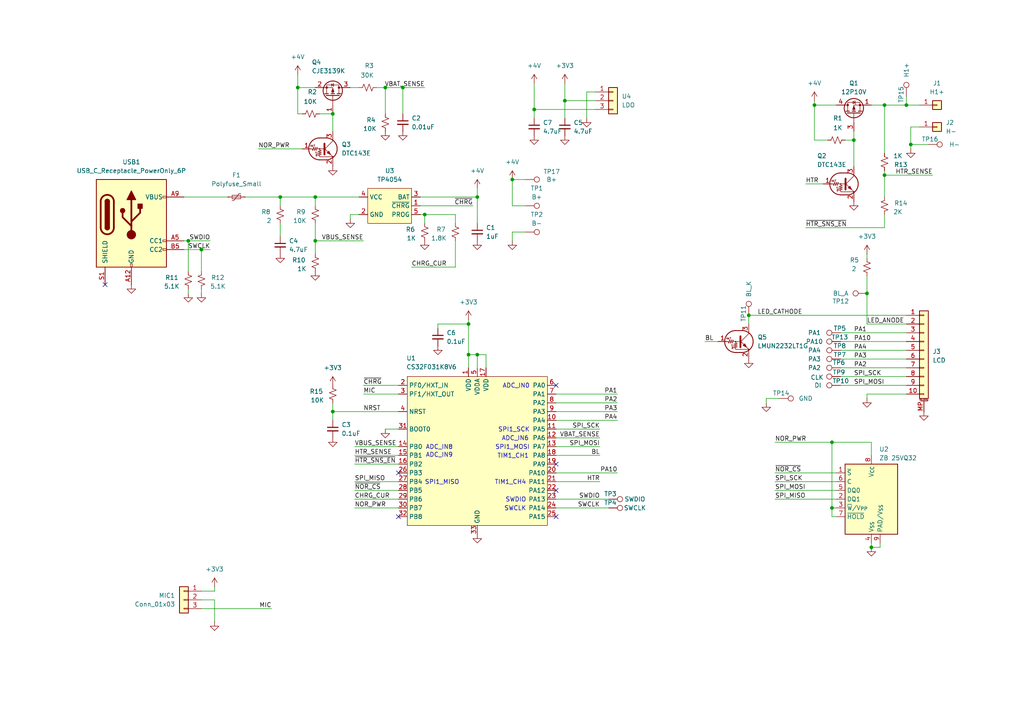
<source format=kicad_sch>
(kicad_sch (version 20250114) (generator "eeschema") (generator_version "9.0")
  (paper "A4")
  (lib_symbols
    (symbol "Connector:TestPoint" (pin_numbers (hide yes)) (pin_names (offset 0.762) (hide yes))
      (property "Reference" "TP" (at 0 6.858 0))
      (property "Value" "TestPoint" (at 0 5.08 0))
      (symbol "TestPoint_1_1"
        (pin passive line (at 0 0 90) (length 2.54) (name "1") (number "1"))
      )
    )
    (symbol "Connector:USB_C_Receptacle_PowerOnly_6P" (pin_names (offset 1.016))
      (property "Reference" "J" (at 0 16.51 0))
      (property "Value" "USB_C_Receptacle_PowerOnly_6P" (at 0 13.97 0))
      (symbol "USB_C_Receptacle_PowerOnly_6P_1_1"
        (pin passive line (at -7.62 -17.78 90) (length 5.08) (name "SHIELD") (number "S1"))
        (pin passive line (at 0 -17.78 90) (length 5.08) (name "GND") (number "A12"))
        (pin passive line (at 0 -17.78 90) (length 5.08) (hide yes) (name "GND") (number "B12"))
        (pin passive line (at 15.24 7.62 180) (length 5.08) (name "VBUS") (number "A9"))
        (pin passive line (at 15.24 7.62 180) (length 5.08) (hide yes) (name "VBUS") (number "B9"))
        (pin bidirectional line (at 15.24 -5.08 180) (length 5.08) (name "CC1") (number "A5"))
        (pin bidirectional line (at 15.24 -7.62 180) (length 5.08) (name "CC2") (number "B5"))
      )
    )
    (symbol "Connector_Generic:Conn_01x01" (pin_names (offset 1.016) (hide yes))
      (property "Reference" "J" (at 0 2.54 0))
      (property "Value" "Conn_01x01" (at 0 -2.54 0))
      (symbol "Conn_01x01_1_1"
        (pin passive line (at -5.08 0 0) (length 3.81) (name "Pin_1") (number "1"))
      )
    )
    (symbol "Connector_Generic:Conn_01x03" (pin_names (offset 1.016) (hide yes))
      (property "Reference" "J" (at 0 5.08 0))
      (property "Value" "Conn_01x03" (at 0 -5.08 0))
      (symbol "Conn_01x03_1_1"
        (pin passive line (at -5.08 2.54 0) (length 3.81) (name "Pin_1") (number "1"))
        (pin passive line (at -5.08 0 0) (length 3.81) (name "Pin_2") (number "2"))
        (pin passive line (at -5.08 -2.54 0) (length 3.81) (name "Pin_3") (number "3"))
      )
    )
    (symbol "Connector_Generic_MountingPin:Conn_01x10_MountingPin" (pin_names (offset 1.016) (hide yes))
      (property "Reference" "J" (at 0 12.7 0))
      (property "Value" "Conn_01x10_MountingPin" (at 1.27 -15.24 0))
      (symbol "Conn_01x10_MountingPin_1_1"
        (text "Mounting" (at 0 -14.351 0) (effects (font (size 0.381 0.381))))
        (pin passive line (at -5.08 10.16 0) (length 3.81) (name "Pin_1") (number "1"))
        (pin passive line (at -5.08 7.62 0) (length 3.81) (name "Pin_2") (number "2"))
        (pin passive line (at -5.08 5.08 0) (length 3.81) (name "Pin_3") (number "3"))
        (pin passive line (at -5.08 2.54 0) (length 3.81) (name "Pin_4") (number "4"))
        (pin passive line (at -5.08 0 0) (length 3.81) (name "Pin_5") (number "5"))
        (pin passive line (at -5.08 -2.54 0) (length 3.81) (name "Pin_6") (number "6"))
        (pin passive line (at -5.08 -5.08 0) (length 3.81) (name "Pin_7") (number "7"))
        (pin passive line (at -5.08 -7.62 0) (length 3.81) (name "Pin_8") (number "8"))
        (pin passive line (at -5.08 -10.16 0) (length 3.81) (name "Pin_9") (number "9"))
        (pin passive line (at -5.08 -12.7 0) (length 3.81) (name "Pin_10") (number "10"))
        (pin passive line (at 0 -17.78 90) (length 3.048) (name "MountPin") (number "MP"))
      )
    )
    (symbol "Device:C_Small" (pin_numbers (hide yes)) (pin_names (offset 0.254) (hide yes))
      (property "Reference" "C" (at 0.254 1.778 0))
      (property "Value" "C_Small" (at 0.254 -2.032 0))
      (symbol "C_Small_1_1"
        (pin passive line (at 0 2.54 270) (length 2.032) (name "~") (number "1"))
        (pin passive line (at 0 -2.54 90) (length 2.032) (name "~") (number "2"))
      )
    )
    (symbol "Device:Polyfuse_Small" (pin_numbers (hide yes)) (pin_names (offset 0))
      (property "Reference" "F" (at -1.905 0 90))
      (property "Value" "Polyfuse_Small" (at 1.905 0 90))
      (symbol "Polyfuse_Small_1_1"
        (pin passive line (at 0 2.54 270) (length 0.635) (name "~") (number "1"))
        (pin passive line (at 0 -2.54 90) (length 0.635) (name "~") (number "2"))
      )
    )
    (symbol "Device:R_Small_US" (pin_numbers (hide yes)) (pin_names (offset 0.254) (hide yes))
      (property "Reference" "R" (at 0.762 0.508 0))
      (property "Value" "R_Small_US" (at 0.762 -1.016 0))
      (symbol "R_Small_US_1_1"
        (pin passive line (at 0 2.54 270) (length 1.016) (name "~") (number "1"))
        (pin passive line (at 0 -2.54 90) (length 1.016) (name "~") (number "2"))
      )
    )
    (symbol "Memory_Flash:M25PX32-VMP"
      (property "Reference" "U" (at -10.16 10.16 0))
      (property "Value" "M25PX32-VMP" (at 8.89 11.43 0))
      (symbol "M25PX32-VMP_1_1"
        (pin input line (at -10.16 7.62 0) (length 2.54) (name "~{S}") (number "1"))
        (pin input line (at -10.16 5.08 0) (length 2.54) (name "C") (number "6"))
        (pin bidirectional line (at -10.16 2.54 0) (length 2.54) (name "DQ0") (number "5"))
        (pin bidirectional line (at -10.16 0 0) (length 2.54) (name "DQ1") (number "2"))
        (pin input line (at -10.16 -2.54 0) (length 2.54) (name "~{W}/V_{PP}") (number "3"))
        (pin input line (at -10.16 -5.08 0) (length 2.54) (name "~{HOLD}") (number "7"))
        (pin power_in line (at 0 12.7 270) (length 2.54) (name "V_{CC}") (number "8"))
        (pin power_in line (at 0 -12.7 90) (length 2.54) (name "V_{SS}") (number "4"))
        (pin power_in line (at 2.54 -12.7 90) (length 2.54) (name "PAD/V_{SS}") (number "9"))
      )
    )
    (symbol "Transistor_BJT:DTC143E" (pin_names (offset 0) (hide yes))
      (property "Reference" "Q" (at 5.08 1.905 0))
      (property "Value" "DTC143E" (at 5.08 0 0))
      (symbol "DTC143E_0_0"
        (text "4k7" (at -3.302 0.889 0) (effects (font (size 0.508 0.508))))
        (text "4k7" (at -2.159 -1.524 900) (effects (font (size 0.508 0.508))))
      )
      (symbol "DTC143E_1_1"
        (pin input line (at -6.35 0 0) (length 2.54) (name "B") (number "1"))
        (pin passive line (at 2.54 5.08 270) (length 2.54) (name "C") (number "3"))
        (pin passive line (at 2.54 -5.08 90) (length 2.54) (name "E") (number "2"))
      )
    )
    (symbol "Transistor_FET:CSD25302Q2" (pin_names (hide yes))
      (property "Reference" "Q" (at 5.08 1.905 0))
      (property "Value" "CSD25302Q2" (at 5.08 0 0))
      (symbol "CSD25302Q2_1_1"
        (pin passive line (at -5.08 0 0) (length 2.54) (name "G") (number "3"))
        (pin passive line (at 2.54 5.08 270) (length 2.54) (name "D") (number "4"))
        (pin passive line (at 2.54 5.08 270) (length 2.54) (hide yes) (name "D") (number "7"))
        (pin passive line (at 2.54 -5.08 90) (length 2.54) (name "S") (number "1"))
        (pin passive line (at 2.54 -5.08 90) (length 2.54) (hide yes) (name "S") (number "2"))
        (pin passive line (at 2.54 -5.08 90) (length 2.54) (hide yes) (name "S") (number "5"))
        (pin passive line (at 2.54 -5.08 90) (length 2.54) (hide yes) (name "S") (number "6"))
        (pin passive line (at 2.54 -5.08 90) (length 2.54) (hide yes) (name "S") (number "8"))
      )
    )
    (symbol "Transistor_FET:Q_PMOS_GSD" (pin_names (offset 0) (hide yes))
      (property "Reference" "Q" (at 5.08 1.905 0))
      (property "Value" "Q_PMOS_GSD" (at 5.08 0 0))
      (symbol "Q_PMOS_GSD_1_1"
        (pin input line (at -5.08 0 0) (length 2.54) (name "G") (number "1"))
        (pin passive line (at 2.54 5.08 270) (length 2.54) (name "D") (number "3"))
        (pin passive line (at 2.54 -5.08 90) (length 2.54) (name "S") (number "2"))
      )
    )
    (symbol "VapeRE:CS32F031K8V6"
      (property "Reference" "U" (at 24.638 3.81 0))
      (property "Value" "CS32F031K8V6" (at 30.988 1.778 0))
      (symbol "CS32F031K8V6_1_1"
        (pin bidirectional line (at -2.54 -2.54 0) (length 2.54) (name "PF0/HXT_IN") (number "2"))
        (pin bidirectional line (at -2.54 -5.08 0) (length 2.54) (name "PF1/HXT_OUT") (number "3"))
        (pin bidirectional line (at -2.54 -10.16 0) (length 2.54) (name "NRST") (number "4"))
        (pin input line (at -2.54 -15.24 0) (length 2.54) (name "BOOT0") (number "31"))
        (pin bidirectional line (at -2.54 -20.32 0) (length 2.54) (name "PB0") (number "14"))
        (pin bidirectional line (at -2.54 -22.86 0) (length 2.54) (name "PB1") (number "15"))
        (pin bidirectional line (at -2.54 -25.4 0) (length 2.54) (name "PB2") (number "16"))
        (pin bidirectional line (at -2.54 -27.94 0) (length 2.54) (name "PB3") (number "26"))
        (pin bidirectional line (at -2.54 -30.48 0) (length 2.54) (name "PB4") (number "27"))
        (pin bidirectional line (at -2.54 -33.02 0) (length 2.54) (name "PB5") (number "28"))
        (pin bidirectional line (at -2.54 -35.56 0) (length 2.54) (name "PB6") (number "29"))
        (pin bidirectional line (at -2.54 -38.1 0) (length 2.54) (name "PB7") (number "30"))
        (pin bidirectional line (at -2.54 -40.64 0) (length 2.54) (name "PB8") (number "32"))
        (pin power_in line (at 17.78 2.54 270) (length 2.54) (name "VDD") (number "1"))
        (pin power_in line (at 20.32 2.54 270) (length 2.54) (name "VDDA") (number "5"))
        (pin power_in line (at 20.32 -45.72 90) (length 2.54) (name "GND") (number "33"))
        (pin power_in line (at 22.86 2.54 270) (length 2.54) (name "VDD") (number "17"))
        (pin bidirectional line (at 43.18 -2.54 180) (length 2.54) (name "PA0") (number "6"))
        (pin bidirectional line (at 43.18 -5.08 180) (length 2.54) (name "PA1") (number "7"))
        (pin bidirectional line (at 43.18 -7.62 180) (length 2.54) (name "PA2") (number "8"))
        (pin bidirectional line (at 43.18 -10.16 180) (length 2.54) (name "PA3") (number "9"))
        (pin bidirectional line (at 43.18 -12.7 180) (length 2.54) (name "PA4") (number "10"))
        (pin bidirectional line (at 43.18 -15.24 180) (length 2.54) (name "PA5") (number "11"))
        (pin bidirectional line (at 43.18 -17.78 180) (length 2.54) (name "PA6") (number "12"))
        (pin bidirectional line (at 43.18 -20.32 180) (length 2.54) (name "PA7") (number "13"))
        (pin bidirectional line (at 43.18 -22.86 180) (length 2.54) (name "PA8") (number "18"))
        (pin bidirectional line (at 43.18 -25.4 180) (length 2.54) (name "PA9") (number "19"))
        (pin bidirectional line (at 43.18 -27.94 180) (length 2.54) (name "PA10") (number "20"))
        (pin bidirectional line (at 43.18 -30.48 180) (length 2.54) (name "PA11") (number "21"))
        (pin bidirectional line (at 43.18 -33.02 180) (length 2.54) (name "PA12") (number "22"))
        (pin bidirectional line (at 43.18 -35.56 180) (length 2.54) (name "PA13") (number "23"))
        (pin bidirectional line (at 43.18 -38.1 180) (length 2.54) (name "PA14") (number "24"))
        (pin bidirectional line (at 43.18 -40.64 180) (length 2.54) (name "PA15") (number "25"))
      )
    )
    (symbol "VapeRE:TP4054"
      (property "Reference" "U" (at 0.762 3.81 0))
      (property "Value" "TP4054" (at 3.81 1.524 0))
      (symbol "TP4054_1_1"
        (pin power_in line (at -2.54 -2.54 0) (length 2.54) (name "VCC") (number "4"))
        (pin power_out line (at -2.54 -7.62 0) (length 2.54) (name "GND") (number "2"))
        (pin power_out line (at 15.24 -2.54 180) (length 2.54) (name "BAT") (number "3"))
        (pin open_collector line (at 15.24 -5.08 180) (length 2.54) (name "~{CHRG}") (number "1"))
        (pin passive line (at 15.24 -7.62 180) (length 2.54) (name "PROG") (number "5"))
      )
    )
    (symbol "power:+3V3" (power) (pin_numbers (hide yes)) (pin_names (offset 0) (hide yes))
      (property "Value" "+3V3" (at 0 3.556 0))
      (symbol "+3V3_1_1"
        (pin power_in line (at 0 0 90) (length 0) (name "~") (number "1"))
      )
    )
    (symbol "power:+4V" (power) (pin_numbers (hide yes)) (pin_names (offset 0) (hide yes))
      (property "Value" "+4V" (at 0 3.556 0))
      (symbol "+4V_1_1"
        (pin power_in line (at 0 0 90) (length 0) (name "~") (number "1"))
      )
    )
    (symbol "power:GND" (power) (pin_numbers (hide yes)) (pin_names (offset 0) (hide yes))
      (property "Value" "GND" (at 0 -3.81 0))
      (symbol "GND_1_1"
        (pin power_in line (at 0 0 270) (length 0) (name "~") (number "1"))
      )
    )
  )
  (text "SPI1_SCK" (at 153.67 124.714 0) (effects (font (size 1.27 1.27)) (justify right)))
  (text "TIM1_CH4" (at 152.654 139.954 0) (effects (font (size 1.27 1.27)) (justify right)))
  (text "ADC_IN6" (at 153.416 127.254 0) (effects (font (size 1.27 1.27)) (justify right)))
  (text "SWCLK" (at 152.654 147.574 0) (effects (font (size 1.27 1.27)) (justify right)))
  (text "ADC_IN8" (at 123.444 129.794 0) (effects (font (size 1.27 1.27)) (justify left)))
  (text "ADC_IN9" (at 123.444 132.08 0) (effects (font (size 1.27 1.27)) (justify left)))
  (text "TIM1_CH1" (at 153.416 132.334 0) (effects (font (size 1.27 1.27)) (justify right)))
  (text "ADC_IN0" (at 153.67 112.014 0) (effects (font (size 1.27 1.27)) (justify right)))
  (text "SWDIO" (at 152.654 145.034 0) (effects (font (size 1.27 1.27)) (justify right)))
  (text "SPI1_MISO" (at 123.19 139.954 0) (effects (font (size 1.27 1.27)) (justify left)))
  (text "SPI1_MOSI" (at 153.67 129.794 0) (effects (font (size 1.27 1.27)) (justify right)))
  (junction (at 91.44 57.15))
  (junction (at 247.65 40.64))
  (junction (at 138.43 57.15))
  (junction (at 96.52 33.02))
  (junction (at 256.54 30.48))
  (junction (at 252.73 158.75))
  (junction (at 91.44 69.85))
  (junction (at 96.52 119.38))
  (junction (at 236.22 30.48))
  (junction (at 154.94 31.75))
  (junction (at 163.83 29.21))
  (junction (at 54.61 69.85))
  (junction (at 217.17 91.44))
  (junction (at 111.76 25.4))
  (junction (at 123.19 62.23))
  (junction (at 81.28 57.15))
  (junction (at 135.89 102.87))
  (junction (at 241.3 128.27))
  (junction (at 86.36 25.4))
  (junction (at 264.16 41.91))
  (junction (at 116.84 25.4))
  (junction (at 262.89 30.48))
  (junction (at 138.43 102.87))
  (junction (at 58.42 72.39))
  (junction (at 256.54 50.8))
  (junction (at 148.59 52.07))
  (junction (at 135.89 93.98))
  (junction (at 251.46 85.09))
  (junction (at 241.3 147.32))
  (no_connect (at 161.29 134.62))
  (no_connect (at 115.57 149.86))
  (no_connect (at 115.57 137.16))
  (no_connect (at 161.29 111.76))
  (no_connect (at 30.48 82.55))
  (no_connect (at 161.29 142.24))
  (no_connect (at 161.29 149.86))
  (wire (pts (xy 262.89 114.3) (xy 251.46 114.3)))
  (wire (pts (xy 256.54 49.53) (xy 256.54 50.8)))
  (wire (pts (xy 163.83 29.21) (xy 163.83 34.29)))
  (wire (pts (xy 127 93.98) (xy 135.89 93.98)))
  (wire (pts (xy 247.65 40.64) (xy 247.65 38.1)))
  (wire (pts (xy 217.17 91.44) (xy 217.17 93.98)))
  (wire (pts (xy 96.52 119.38) (xy 96.52 121.92)))
  (wire (pts (xy 62.23 171.45) (xy 58.42 171.45)))
  (wire (pts (xy 262.89 93.98) (xy 251.46 93.98)))
  (wire (pts (xy 252.73 128.27) (xy 252.73 132.08)))
  (wire (pts (xy 154.94 31.75) (xy 154.94 34.29)))
  (wire (pts (xy 243.84 111.76) (xy 262.89 111.76)))
  (wire (pts (xy 264.16 36.83) (xy 266.7 36.83)))
  (wire (pts (xy 148.59 52.07) (xy 148.59 59.69)))
  (wire (pts (xy 111.76 33.02) (xy 111.76 25.4)))
  (wire (pts (xy 252.73 30.48) (xy 256.54 30.48)))
  (wire (pts (xy 204.47 99.06) (xy 208.28 99.06)))
  (wire (pts (xy 240.03 40.64) (xy 236.22 40.64)))
  (wire (pts (xy 123.19 62.23) (xy 132.08 62.23)))
  (wire (pts (xy 243.84 106.68) (xy 262.89 106.68)))
  (wire (pts (xy 138.43 64.77) (xy 138.43 57.15)))
  (wire (pts (xy 241.3 149.86) (xy 241.3 147.32)))
  (wire (pts (xy 58.42 72.39) (xy 60.96 72.39)))
  (wire (pts (xy 148.59 52.07) (xy 152.4 52.07)))
  (wire (pts (xy 243.84 99.06) (xy 262.89 99.06)))
  (wire (pts (xy 236.22 40.64) (xy 236.22 30.48)))
  (wire (pts (xy 87.63 33.02) (xy 86.36 33.02)))
  (wire (pts (xy 140.97 106.68) (xy 140.97 102.87)))
  (wire (pts (xy 242.57 149.86) (xy 241.3 149.86)))
  (wire (pts (xy 256.54 50.8) (xy 256.54 57.15)))
  (wire (pts (xy 262.89 91.44) (xy 217.17 91.44)))
  (wire (pts (xy 111.76 124.46) (xy 115.57 124.46)))
  (wire (pts (xy 58.42 72.39) (xy 58.42 78.74)))
  (wire (pts (xy 138.43 102.87) (xy 138.43 106.68)))
  (wire (pts (xy 161.29 114.3) (xy 179.07 114.3)))
  (wire (pts (xy 62.23 173.99) (xy 58.42 173.99)))
  (wire (pts (xy 148.59 69.85) (xy 148.59 67.31)))
  (wire (pts (xy 81.28 64.77) (xy 81.28 68.58)))
  (wire (pts (xy 104.14 62.23) (xy 101.6 62.23)))
  (wire (pts (xy 262.89 30.48) (xy 266.7 30.48)))
  (wire (pts (xy 163.83 24.13) (xy 163.83 29.21)))
  (wire (pts (xy 91.44 69.85) (xy 91.44 73.66)))
  (wire (pts (xy 256.54 50.8) (xy 270.51 50.8)))
  (wire (pts (xy 170.18 26.67) (xy 170.18 34.29)))
  (wire (pts (xy 54.61 83.82) (xy 54.61 85.09)))
  (wire (pts (xy 54.61 69.85) (xy 60.96 69.85)))
  (wire (pts (xy 81.28 57.15) (xy 91.44 57.15)))
  (wire (pts (xy 243.84 104.14) (xy 262.89 104.14)))
  (wire (pts (xy 140.97 102.87) (xy 138.43 102.87)))
  (wire (pts (xy 264.16 41.91) (xy 264.16 36.83)))
  (wire (pts (xy 101.6 62.23) (xy 101.6 63.5)))
  (wire (pts (xy 101.6 25.4) (xy 104.14 25.4)))
  (wire (pts (xy 148.59 67.31) (xy 152.4 67.31)))
  (wire (pts (xy 91.44 69.85) (xy 105.41 69.85)))
  (wire (pts (xy 119.38 77.47) (xy 132.08 77.47)))
  (wire (pts (xy 78.74 176.53) (xy 58.42 176.53)))
  (wire (pts (xy 161.29 129.54) (xy 173.99 129.54)))
  (wire (pts (xy 262.89 27.94) (xy 262.89 30.48)))
  (wire (pts (xy 161.29 116.84) (xy 179.07 116.84)))
  (wire (pts (xy 161.29 144.78) (xy 176.53 144.78)))
  (wire (pts (xy 58.42 83.82) (xy 58.42 85.09)))
  (wire (pts (xy 102.87 132.08) (xy 115.57 132.08)))
  (wire (pts (xy 138.43 54.61) (xy 138.43 57.15)))
  (wire (pts (xy 81.28 57.15) (xy 81.28 59.69)))
  (wire (pts (xy 161.29 119.38) (xy 179.07 119.38)))
  (wire (pts (xy 115.57 134.62) (xy 102.87 134.62)))
  (wire (pts (xy 243.84 101.6) (xy 262.89 101.6)))
  (wire (pts (xy 53.34 72.39) (xy 58.42 72.39)))
  (wire (pts (xy 172.72 31.75) (xy 154.94 31.75)))
  (wire (pts (xy 252.73 158.75) (xy 255.27 158.75)))
  (wire (pts (xy 111.76 25.4) (xy 109.22 25.4)))
  (wire (pts (xy 161.29 127) (xy 173.99 127)))
  (wire (pts (xy 247.65 40.64) (xy 247.65 48.26)))
  (wire (pts (xy 105.41 111.76) (xy 115.57 111.76)))
  (wire (pts (xy 86.36 25.4) (xy 91.44 25.4)))
  (wire (pts (xy 86.36 33.02) (xy 86.36 25.4)))
  (wire (pts (xy 121.92 62.23) (xy 123.19 62.23)))
  (wire (pts (xy 152.4 59.69) (xy 148.59 59.69)))
  (wire (pts (xy 236.22 29.21) (xy 236.22 30.48)))
  (wire (pts (xy 102.87 142.24) (xy 115.57 142.24)))
  (wire (pts (xy 233.68 66.04) (xy 256.54 66.04)))
  (wire (pts (xy 251.46 85.09) (xy 251.46 80.01)))
  (wire (pts (xy 161.29 132.08) (xy 173.99 132.08)))
  (wire (pts (xy 135.89 106.68) (xy 135.89 102.87)))
  (wire (pts (xy 132.08 69.85) (xy 132.08 77.47)))
  (wire (pts (xy 86.36 21.59) (xy 86.36 25.4)))
  (wire (pts (xy 224.79 137.16) (xy 242.57 137.16)))
  (wire (pts (xy 116.84 25.4) (xy 116.84 33.02)))
  (wire (pts (xy 172.72 26.67) (xy 170.18 26.67)))
  (wire (pts (xy 222.25 116.84) (xy 222.25 115.57)))
  (wire (pts (xy 161.29 139.7) (xy 173.99 139.7)))
  (wire (pts (xy 116.84 25.4) (xy 123.19 25.4)))
  (wire (pts (xy 251.46 114.3) (xy 251.46 115.57)))
  (wire (pts (xy 241.3 128.27) (xy 252.73 128.27)))
  (wire (pts (xy 132.08 62.23) (xy 132.08 64.77)))
  (wire (pts (xy 121.92 59.69) (xy 137.16 59.69)))
  (wire (pts (xy 135.89 93.98) (xy 135.89 102.87)))
  (wire (pts (xy 222.25 115.57) (xy 226.06 115.57)))
  (wire (pts (xy 102.87 144.78) (xy 115.57 144.78)))
  (wire (pts (xy 224.79 144.78) (xy 242.57 144.78)))
  (wire (pts (xy 236.22 30.48) (xy 242.57 30.48)))
  (wire (pts (xy 161.29 147.32) (xy 176.53 147.32)))
  (wire (pts (xy 243.84 109.22) (xy 262.89 109.22)))
  (wire (pts (xy 111.76 25.4) (xy 116.84 25.4)))
  (wire (pts (xy 105.41 114.3) (xy 115.57 114.3)))
  (wire (pts (xy 224.79 139.7) (xy 242.57 139.7)))
  (wire (pts (xy 91.44 57.15) (xy 104.14 57.15)))
  (wire (pts (xy 256.54 30.48) (xy 256.54 44.45)))
  (wire (pts (xy 54.61 69.85) (xy 54.61 78.74)))
  (wire (pts (xy 255.27 157.48) (xy 255.27 158.75)))
  (wire (pts (xy 135.89 92.71) (xy 135.89 93.98)))
  (wire (pts (xy 224.79 128.27) (xy 241.3 128.27)))
  (wire (pts (xy 91.44 64.77) (xy 91.44 69.85)))
  (wire (pts (xy 71.12 57.15) (xy 81.28 57.15)))
  (wire (pts (xy 252.73 158.75) (xy 252.73 157.48)))
  (wire (pts (xy 251.46 74.93) (xy 251.46 73.66)))
  (wire (pts (xy 102.87 139.7) (xy 115.57 139.7)))
  (wire (pts (xy 138.43 57.15) (xy 121.92 57.15)))
  (wire (pts (xy 62.23 170.18) (xy 62.23 171.45)))
  (wire (pts (xy 102.87 147.32) (xy 115.57 147.32)))
  (wire (pts (xy 91.44 57.15) (xy 91.44 59.69)))
  (wire (pts (xy 241.3 147.32) (xy 241.3 128.27)))
  (wire (pts (xy 243.84 96.52) (xy 262.89 96.52)))
  (wire (pts (xy 96.52 33.02) (xy 96.52 38.1)))
  (wire (pts (xy 241.3 147.32) (xy 242.57 147.32)))
  (wire (pts (xy 161.29 121.92) (xy 179.07 121.92)))
  (wire (pts (xy 74.93 43.18) (xy 87.63 43.18)))
  (wire (pts (xy 53.34 69.85) (xy 54.61 69.85)))
  (wire (pts (xy 123.19 62.23) (xy 123.19 64.77)))
  (wire (pts (xy 96.52 116.84) (xy 96.52 119.38)))
  (wire (pts (xy 224.79 142.24) (xy 242.57 142.24)))
  (wire (pts (xy 264.16 41.91) (xy 269.24 41.91)))
  (wire (pts (xy 96.52 119.38) (xy 115.57 119.38)))
  (wire (pts (xy 135.89 102.87) (xy 138.43 102.87)))
  (wire (pts (xy 92.71 33.02) (xy 96.52 33.02)))
  (wire (pts (xy 62.23 180.34) (xy 62.23 173.99)))
  (wire (pts (xy 53.34 57.15) (xy 66.04 57.15)))
  (wire (pts (xy 154.94 24.13) (xy 154.94 31.75)))
  (wire (pts (xy 251.46 93.98) (xy 251.46 85.09)))
  (wire (pts (xy 245.11 40.64) (xy 247.65 40.64)))
  (wire (pts (xy 163.83 29.21) (xy 172.72 29.21)))
  (wire (pts (xy 161.29 137.16) (xy 179.07 137.16)))
  (wire (pts (xy 127 95.25) (xy 127 93.98)))
  (wire (pts (xy 256.54 66.04) (xy 256.54 62.23)))
  (wire (pts (xy 264.16 43.18) (xy 264.16 41.91)))
  (wire (pts (xy 256.54 30.48) (xy 262.89 30.48)))
  (wire (pts (xy 233.68 53.34) (xy 238.76 53.34)))
  (wire (pts (xy 102.87 129.54) (xy 115.57 129.54)))
  (wire (pts (xy 161.29 124.46) (xy 173.99 124.46)))
  (label "~{CHRG}" (at 137.16 59.69 180))
  (label "SPI_MISO" (at 102.87 139.7 0))
  (label "CHRG_CUR" (at 119.38 77.47 0))
  (label "PA4" (at 179.07 121.92 180))
  (label "BL" (at 204.47 99.06 0))
  (label "NOR_PWR" (at 224.79 128.27 0))
  (label "NOR_PWR" (at 102.87 147.32 0))
  (label "LED_CATHODE" (at 219.71 91.44 0))
  (label "BL" (at 173.99 132.08 180))
  (label "PA10" (at 247.65 99.06 0))
  (label "HTR" (at 233.68 53.34 0))
  (label "SWCLK" (at 60.96 72.39 180))
  (label "SPI_MOSI" (at 224.79 142.24 0))
  (label "~{CHRG}" (at 105.41 111.76 0))
  (label "~{NOR_CS}" (at 102.87 142.24 0))
  (label "HTR_SENSE" (at 102.87 132.08 0))
  (label "PA3" (at 247.65 104.14 0))
  (label "VBUS_SENSE" (at 102.87 129.54 0))
  (label "VBAT_SENSE" (at 173.99 127 180))
  (label "PA3" (at 179.07 119.38 180))
  (label "HTR_SENSE" (at 270.51 50.8 180))
  (label "SPI_SCK" (at 247.65 109.22 0))
  (label "~{HTR_SNS_EN}" (at 233.68 66.04 0))
  (label "NOR_PWR" (at 74.93 43.18 0))
  (label "PA1" (at 247.65 96.52 0))
  (label "MIC" (at 78.74 176.53 180))
  (label "HTR" (at 173.99 139.7 180))
  (label "PA2" (at 179.07 116.84 180))
  (label "~{HTR_SNS_EN}" (at 102.87 134.62 0))
  (label "VBUS_SENSE" (at 105.41 69.85 180))
  (label "PA1" (at 179.07 114.3 180))
  (label "PA4" (at 247.65 101.6 0))
  (label "SWDIO" (at 60.96 69.85 180))
  (label "SWCLK" (at 173.99 147.32 180))
  (label "MIC" (at 105.41 114.3 0))
  (label "SPI_SCK" (at 173.99 124.46 180))
  (label "PA10" (at 179.07 137.16 180))
  (label "SPI_MOSI" (at 247.65 111.76 0))
  (label "VBAT_SENSE" (at 123.19 25.4 180))
  (label "~{NOR_CS}" (at 224.79 137.16 0))
  (label "SPI_MISO" (at 224.79 144.78 0))
  (label "LED_ANODE" (at 251.46 93.98 0))
  (label "PA2" (at 247.65 106.68 0))
  (label "CHRG_CUR" (at 102.87 144.78 0))
  (label "SPI_SCK" (at 224.79 139.7 0))
  (label "SWDIO" (at 173.99 144.78 180))
  (label "NRST" (at 105.41 119.38 0))
  (label "SPI_MOSI" (at 173.99 129.54 180))
  (symbol (lib_id "Connector:TestPoint") (at 243.84 104.14 90) (mirror x) (unit 1)
    (property "Reference" "TP7" (at 243.586 102.87 90))
    (property "Value" "PA3" (at 236.22 104.14 90))
    (property "Footprint" "TestPoint:TestPoint_Pad_D1.0mm" (effects (hide yes)))
    (property "Description" "test point" (effects (hide yes)))
  )
  (symbol (lib_id "Device:R_Small_US") (at 90.17 33.02 90) (unit 1)
    (property "Reference" "R2" (at 91.948 26.67 90) (effects (justify left)))
    (property "Value" "10K" (at 91.948 29.464 90) (effects (justify left)))
    (property "Footprint" "Resistor_SMD:R_0402_1005Metric" (effects (hide yes)))
    (property "Description" "Resistor, small US symbol" (effects (hide yes)))
  )
  (symbol (lib_id "power:+4V") (at 154.94 24.13 0) (unit 1)
    (property "Reference" "#PWR025" (effects (hide yes)))
    (property "Value" "+4V" (at 154.94 19.05 0))
    (property "Description" "Power symbol creates a global label with name \"+4V\"" (effects (hide yes)))
  )
  (symbol (lib_id "power:GND") (at 251.46 115.57 0) (unit 1)
    (property "Reference" "#PWR033" (effects (hide yes)))
    (property "Value" "GND" (effects (hide yes)))
    (property "Description" "Power symbol creates a global label with name \"GND\" , ground" (effects (hide yes)))
  )
  (symbol (lib_id "power:GND") (at 148.59 69.85 0) (mirror y) (unit 1)
    (property "Reference" "#PWR05" (effects (hide yes)))
    (property "Value" "GND" (effects (hide yes)))
    (property "Description" "Power symbol creates a global label with name \"GND\" , ground" (effects (hide yes)))
  )
  (symbol (lib_id "Device:R_Small_US") (at 242.57 40.64 90) (unit 1)
    (property "Reference" "R1" (at 244.348 34.29 90) (effects (justify left)))
    (property "Value" "1K" (at 244.348 37.084 90) (effects (justify left)))
    (property "Footprint" "Resistor_SMD:R_0402_1005Metric" (effects (hide yes)))
    (property "Description" "Resistor, small US symbol" (effects (hide yes)))
  )
  (symbol (lib_id "Device:R_Small_US") (at 96.52 114.3 180) (unit 1)
    (property "Reference" "R15" (at 93.726 113.538 0) (effects (justify left)))
    (property "Value" "10K" (at 93.98 116.078 0) (effects (justify left)))
    (property "Footprint" "Resistor_SMD:R_0402_1005Metric" (effects (hide yes)))
    (property "Description" "Resistor, small US symbol" (effects (hide yes)))
  )
  (symbol (lib_id "Device:R_Small_US") (at 91.44 62.23 180) (unit 1)
    (property "Reference" "R9" (at 88.646 61.468 0) (effects (justify left)))
    (property "Value" "10K" (at 88.9 64.008 0) (effects (justify left)))
    (property "Footprint" "Resistor_SMD:R_0402_1005Metric" (effects (hide yes)))
    (property "Description" "Resistor, small US symbol" (effects (hide yes)))
  )
  (symbol (lib_id "Device:R_Small_US") (at 106.68 25.4 90) (unit 1)
    (property "Reference" "R3" (at 108.458 19.05 90) (effects (justify left)))
    (property "Value" "30K" (at 108.458 21.844 90) (effects (justify left)))
    (property "Footprint" "Resistor_SMD:R_0402_1005Metric" (effects (hide yes)))
    (property "Description" "Resistor, small US symbol" (effects (hide yes)))
  )
  (symbol (lib_id "power:+3V3") (at 251.46 73.66 0) (unit 1)
    (property "Reference" "#PWR030" (effects (hide yes)))
    (property "Value" "+3V3" (at 251.46 68.58 0))
    (property "Description" "Power symbol creates a global label with name \"+3V3\"" (effects (hide yes)))
  )
  (symbol (lib_id "Device:C_Small") (at 163.83 36.83 0) (unit 1)
    (property "Reference" "C5" (at 166.37 35.5662 0) (effects (justify left)))
    (property "Value" "4.7uF" (at 166.37 38.1062 0) (effects (justify left)))
    (property "Footprint" "Capacitor_SMD:C_0402_1005Metric" (effects (hide yes)))
    (property "Description" "Unpolarized capacitor, small symbol" (effects (hide yes)))
  )
  (symbol (lib_id "Connector:USB_C_Receptacle_PowerOnly_6P") (at 38.1 64.77 0) (unit 1)
    (property "Reference" "USB1" (at 38.1 46.99 0))
    (property "Value" "USB_C_Receptacle_PowerOnly_6P" (at 38.1 49.53 0))
    (property "Footprint" "VapeRE:USB_C_Receptacle_TYPE-C-VERT" (effects (hide yes)))
    (property "Datasheet" "https://www.usb.org/sites/default/files/documents/usb_type-c.zip" (effects (hide yes)))
    (property "Description" "USB Power-Only 6P Type-C Receptacle connector" (effects (hide yes)))
  )
  (symbol (lib_id "power:GND") (at 101.6 63.5 0) (unit 1)
    (property "Reference" "#PWR011" (effects (hide yes)))
    (property "Value" "GND" (effects (hide yes)))
    (property "Description" "Power symbol creates a global label with name \"GND\" , ground" (effects (hide yes)))
  )
  (symbol (lib_id "Device:R_Small_US") (at 58.42 81.28 0) (mirror x) (unit 1)
    (property "Reference" "R12" (at 61.214 80.518 0) (effects (justify left)))
    (property "Value" "5.1K" (at 60.96 83.058 0) (effects (justify left)))
    (property "Footprint" "Resistor_SMD:R_0402_1005Metric" (effects (hide yes)))
    (property "Description" "Resistor, small US symbol" (effects (hide yes)))
  )
  (symbol (lib_id "power:GND") (at 54.61 85.09 0) (unit 1)
    (property "Reference" "#PWR016" (effects (hide yes)))
    (property "Value" "GND" (effects (hide yes)))
    (property "Description" "Power symbol creates a global label with name \"GND\" , ground" (effects (hide yes)))
  )
  (symbol (lib_id "Connector:TestPoint") (at 176.53 144.78 270) (mirror x) (unit 1)
    (property "Reference" "TP3" (at 177.038 143.256 90))
    (property "Value" "SWDIO" (at 184.15 144.78 90))
    (property "Footprint" "TestPoint:TestPoint_Pad_D1.0mm" (effects (hide yes)))
    (property "Description" "test point" (effects (hide yes)))
  )
  (symbol (lib_id "Memory_Flash:M25PX32-VMP") (at 252.73 144.78 0) (unit 1)
    (property "Reference" "U2" (at 255.016 130.302 0) (effects (justify left)))
    (property "Value" "ZB 25VQ32" (at 255.016 132.842 0) (effects (justify left)))
    (property "Footprint" "Package_SON:Winbond_USON-8-1EP_3x2mm_P0.5mm_EP0.2x1.6mm" (effects (hide yes)))
    (property "Datasheet" "https://www.mouser.de/datasheet/2/671/M25PX32-1282938.pdf" (effects (hide yes)))
    (property "Description" "32Mb, Dual I/O, 4KB Subsector Erase, 3V Serial Flash Memory with 75 MHz SPI Bus Interface, DFN-8" (effects (hide yes)))
  )
  (symbol (lib_id "power:+4V") (at 148.59 52.07 0) (mirror y) (unit 1)
    (property "Reference" "#PWR03" (effects (hide yes)))
    (property "Value" "+4V" (at 148.59 46.99 0))
    (property "Description" "Power symbol creates a global label with name \"+4V\"" (effects (hide yes)))
  )
  (symbol (lib_id "Device:R_Small_US") (at 132.08 67.31 180) (unit 1)
    (property "Reference" "R7" (at 129.286 66.548 0) (effects (justify left)))
    (property "Value" "1.8K" (at 129.54 69.088 0) (effects (justify left)))
    (property "Footprint" "Resistor_SMD:R_0402_1005Metric" (effects (hide yes)))
    (property "Description" "Resistor, small US symbol" (effects (hide yes)))
  )
  (symbol (lib_id "power:GND") (at 62.23 180.34 0) (mirror y) (unit 1)
    (property "Reference" "#PWR028" (effects (hide yes)))
    (property "Value" "GND" (effects (hide yes)))
    (property "Description" "Power symbol creates a global label with name \"GND\" , ground" (effects (hide yes)))
  )
  (symbol (lib_id "Connector_Generic:Conn_01x01") (at 271.78 30.48 0) (mirror x) (unit 1)
    (property "Reference" "J1" (at 271.78 24.13 0))
    (property "Value" "H1+" (at 271.78 26.67 0))
    (property "Footprint" "TestPoint:TestPoint_THTPad_D1.5mm_Drill0.7mm" (effects (hide yes)))
    (property "Description" "Generic connector, single row, 01x01, script generated (kicad-library-utils/schlib/autogen/connector/)" (effects (hide yes)))
  )
  (symbol (lib_id "power:GND") (at 138.43 154.94 0) (unit 1)
    (property "Reference" "#PWR068" (effects (hide yes)))
    (property "Value" "GND" (effects (hide yes)))
    (property "Description" "Power symbol creates a global label with name \"GND\" , ground" (effects (hide yes)))
  )
  (symbol (lib_id "power:+3V3") (at 163.83 24.13 0) (unit 1)
    (property "Reference" "#PWR020" (effects (hide yes)))
    (property "Value" "+3V3" (at 163.83 19.05 0))
    (property "Description" "Power symbol creates a global label with name \"+3V3\"" (effects (hide yes)))
  )
  (symbol (lib_id "Connector_Generic_MountingPin:Conn_01x10_MountingPin") (at 267.97 101.6 0) (unit 1)
    (property "Reference" "J3" (at 270.51 101.9555 0) (effects (justify left)))
    (property "Value" "LCD" (at 270.51 104.4955 0) (effects (justify left)))
    (property "Footprint" "VapeRE:UNK_FPC_1x10-1MP_P0.5mm_Horizontal" (effects (hide yes)))
    (property "Description" "Generic connectable mounting pin connector, single row, 01x10, script generated (kicad-library-utils/schlib/autogen/connector/)" (effects (hide yes)))
  )
  (symbol (lib_id "Connector_Generic:Conn_01x03") (at 177.8 29.21 0) (unit 1)
    (property "Reference" "U4" (at 180.34 27.9399 0) (effects (justify left)))
    (property "Value" "LDO" (at 180.34 30.4799 0) (effects (justify left)))
    (property "Footprint" "Active:SOT95P230X117-3" (effects (hide yes)))
    (property "Description" "Generic connector, single row, 01x03, script generated (kicad-library-utils/schlib/autogen/connector/)" (effects (hide yes)))
    (property "Topmark" "A7v47" (effects (hide yes)))
  )
  (symbol (lib_id "Connector:TestPoint") (at 243.84 99.06 90) (mirror x) (unit 1)
    (property "Reference" "TP13" (at 243.586 97.79 90))
    (property "Value" "PA10" (at 236.22 99.06 90))
    (property "Footprint" "TestPoint:TestPoint_Pad_D1.0mm" (effects (hide yes)))
    (property "Description" "test point" (effects (hide yes)))
  )
  (symbol (lib_id "power:+4V") (at 86.36 21.59 0) (unit 1)
    (property "Reference" "#PWR08" (effects (hide yes)))
    (property "Value" "+4V" (at 86.36 16.51 0))
    (property "Description" "Power symbol creates a global label with name \"+4V\"" (effects (hide yes)))
  )
  (symbol (lib_id "Device:C_Small") (at 127 97.79 0) (unit 1)
    (property "Reference" "C6" (at 129.54 96.5262 0) (effects (justify left)))
    (property "Value" "0.1uF" (at 129.54 99.0662 0) (effects (justify left)))
    (property "Footprint" "Capacitor_SMD:C_0402_1005Metric" (effects (hide yes)))
    (property "Description" "Unpolarized capacitor, small symbol" (effects (hide yes)))
  )
  (symbol (lib_id "Device:R_Small_US") (at 251.46 77.47 180) (unit 1)
    (property "Reference" "R5" (at 249.174 75.438 0) (effects (justify left)))
    (property "Value" "2" (at 248.412 77.978 0) (effects (justify left)))
    (property "Footprint" "Resistor_SMD:R_0603_1608Metric" (effects (hide yes)))
    (property "Description" "Resistor, small US symbol" (effects (hide yes)))
  )
  (symbol (lib_id "power:GND") (at 111.76 124.46 0) (unit 1)
    (property "Reference" "#PWR070" (effects (hide yes)))
    (property "Value" "GND" (effects (hide yes)))
    (property "Description" "Power symbol creates a global label with name \"GND\" , ground" (effects (hide yes)))
  )
  (symbol (lib_id "power:GND") (at 96.52 48.26 0) (unit 1)
    (property "Reference" "#PWR07" (effects (hide yes)))
    (property "Value" "GND" (effects (hide yes)))
    (property "Description" "Power symbol creates a global label with name \"GND\" , ground" (effects (hide yes)))
  )
  (symbol (lib_id "power:GND") (at 116.84 38.1 0) (unit 1)
    (property "Reference" "#PWR010" (effects (hide yes)))
    (property "Value" "GND" (effects (hide yes)))
    (property "Description" "Power symbol creates a global label with name \"GND\" , ground" (effects (hide yes)))
  )
  (symbol (lib_id "Connector:TestPoint") (at 243.84 106.68 90) (unit 1)
    (property "Reference" "TP6" (at 243.332 105.156 90))
    (property "Value" "PA2" (at 236.22 106.68 90))
    (property "Footprint" "TestPoint:TestPoint_Pad_D1.0mm" (effects (hide yes)))
    (property "Description" "test point" (effects (hide yes)))
  )
  (symbol (lib_id "Connector:TestPoint") (at 226.06 115.57 270) (mirror x) (unit 1)
    (property "Reference" "TP14" (at 226.568 114.046 90))
    (property "Value" "GND" (at 233.68 115.57 90))
    (property "Footprint" "TestPoint:TestPoint_Pad_D1.0mm" (effects (hide yes)))
    (property "Description" "test point" (effects (hide yes)))
  )
  (symbol (lib_id "Device:C_Small") (at 138.43 67.31 0) (unit 1)
    (property "Reference" "C1" (at 140.97 66.0462 0) (effects (justify left)))
    (property "Value" "1uF" (at 140.97 68.5862 0) (effects (justify left)))
    (property "Footprint" "Capacitor_SMD:C_0402_1005Metric" (effects (hide yes)))
    (property "Description" "Unpolarized capacitor, small symbol" (effects (hide yes)))
  )
  (symbol (lib_id "Device:Polyfuse_Small") (at 68.58 57.15 90) (unit 1)
    (property "Reference" "F1" (at 68.58 50.8 90))
    (property "Value" "Polyfuse_Small" (at 68.58 53.34 90))
    (property "Footprint" "Fuse:Fuse_0603_1608Metric" (effects (hide yes)))
    (property "Description" "Resettable fuse, polymeric positive temperature coefficient, small symbol" (effects (hide yes)))
  )
  (symbol (lib_id "Connector:TestPoint") (at 262.89 27.94 0) (mirror y) (unit 1)
    (property "Reference" "TP15" (at 261.366 27.432 90))
    (property "Value" "H1+" (at 262.89 20.32 90))
    (property "Footprint" "TestPoint:TestPoint_Pad_D1.0mm" (effects (hide yes)))
    (property "Description" "test point" (effects (hide yes)))
  )
  (symbol (lib_id "power:GND") (at 58.42 85.09 0) (unit 1)
    (property "Reference" "#PWR017" (effects (hide yes)))
    (property "Value" "GND" (effects (hide yes)))
    (property "Description" "Power symbol creates a global label with name \"GND\" , ground" (effects (hide yes)))
  )
  (symbol (lib_id "power:GND") (at 111.76 38.1 0) (unit 1)
    (property "Reference" "#PWR09" (effects (hide yes)))
    (property "Value" "GND" (effects (hide yes)))
    (property "Description" "Power symbol creates a global label with name \"GND\" , ground" (effects (hide yes)))
  )
  (symbol (lib_id "Device:R_Small_US") (at 54.61 81.28 180) (unit 1)
    (property "Reference" "R11" (at 51.816 80.518 0) (effects (justify left)))
    (property "Value" "5.1K" (at 52.07 83.058 0) (effects (justify left)))
    (property "Footprint" "Resistor_SMD:R_0402_1005Metric" (effects (hide yes)))
    (property "Description" "Resistor, small US symbol" (effects (hide yes)))
  )
  (symbol (lib_id "Device:R_Small_US") (at 81.28 62.23 180) (unit 1)
    (property "Reference" "R8" (at 78.486 61.468 0) (effects (justify left)))
    (property "Value" "2" (at 78.74 64.008 0) (effects (justify left)))
    (property "Footprint" "Resistor_SMD:R_0402_1005Metric" (effects (hide yes)))
    (property "Description" "Resistor, small US symbol" (effects (hide yes)))
  )
  (symbol (lib_id "Device:R_Small_US") (at 256.54 59.69 0) (mirror x) (unit 1)
    (property "Reference" "R14" (at 259.334 58.928 0) (effects (justify left)))
    (property "Value" "2K" (at 259.08 61.468 0) (effects (justify left)))
    (property "Footprint" "Resistor_SMD:R_0402_1005Metric" (effects (hide yes)))
    (property "Description" "Resistor, small US symbol" (effects (hide yes)))
  )
  (symbol (lib_id "power:GND") (at 170.18 34.29 0) (unit 1)
    (property "Reference" "#PWR022" (effects (hide yes)))
    (property "Value" "GND" (effects (hide yes)))
    (property "Description" "Power symbol creates a global label with name \"GND\" , ground" (effects (hide yes)))
  )
  (symbol (lib_id "power:GND") (at 38.1 82.55 0) (unit 1)
    (property "Reference" "#PWR034" (effects (hide yes)))
    (property "Value" "GND" (effects (hide yes)))
    (property "Description" "Power symbol creates a global label with name \"GND\" , ground" (effects (hide yes)))
  )
  (symbol (lib_id "Device:C_Small") (at 96.52 124.46 0) (unit 1)
    (property "Reference" "C3" (at 99.06 123.1962 0) (effects (justify left)))
    (property "Value" "0.1uF" (at 99.06 125.7362 0) (effects (justify left)))
    (property "Footprint" "Capacitor_SMD:C_0402_1005Metric" (effects (hide yes)))
    (property "Description" "Unpolarized capacitor, small symbol" (effects (hide yes)))
  )
  (symbol (lib_id "Connector:TestPoint") (at 269.24 41.91 270) (mirror x) (unit 1)
    (property "Reference" "TP16" (at 269.748 40.386 90))
    (property "Value" "H-" (at 276.86 41.91 90))
    (property "Footprint" "TestPoint:TestPoint_Pad_D1.0mm" (effects (hide yes)))
    (property "Description" "test point" (effects (hide yes)))
  )
  (symbol (lib_id "power:GND") (at 81.28 73.66 0) (unit 1)
    (property "Reference" "#PWR014" (effects (hide yes)))
    (property "Value" "GND" (effects (hide yes)))
    (property "Description" "Power symbol creates a global label with name \"GND\" , ground" (effects (hide yes)))
  )
  (symbol (lib_id "power:+4V") (at 236.22 29.21 0) (unit 1)
    (property "Reference" "#PWR02" (effects (hide yes)))
    (property "Value" "+4V" (at 236.22 24.13 0))
    (property "Description" "Power symbol creates a global label with name \"+4V\"" (effects (hide yes)))
  )
  (symbol (lib_id "Connector:TestPoint") (at 243.84 109.22 90) (unit 1)
    (property "Reference" "TP9" (at 243.332 107.95 90))
    (property "Value" "CLK" (at 236.982 109.474 90))
    (property "Footprint" "TestPoint:TestPoint_Pad_D1.0mm" (effects (hide yes)))
    (property "Description" "test point" (effects (hide yes)))
  )
  (symbol (lib_id "VapeRE:TP4054") (at 106.68 54.61 0) (unit 1)
    (property "Reference" "U3" (at 113.03 49.53 0))
    (property "Value" "TP4054" (at 113.03 52.07 0))
    (property "Footprint" "Package_SO:TSOP-5_1.65x3.05mm_P0.95mm" (effects (hide yes)))
    (property "Topmark" "CaC48" (effects (hide yes)))
  )
  (symbol (lib_id "Device:C_Small") (at 116.84 35.56 0) (unit 1)
    (property "Reference" "C2" (at 119.38 34.2962 0) (effects (justify left)))
    (property "Value" "0.01uF" (at 119.38 36.8362 0) (effects (justify left)))
    (property "Footprint" "Capacitor_SMD:C_0402_1005Metric" (effects (hide yes)))
    (property "Description" "Unpolarized capacitor, small symbol" (effects (hide yes)))
  )
  (symbol (lib_id "Transistor_BJT:DTC143E") (at 93.98 43.18 0) (unit 1)
    (property "Reference" "Q3" (at 99.06 41.9099 0) (effects (justify left)))
    (property "Value" "DTC143E" (at 99.06 44.4499 0) (effects (justify left)))
    (property "Footprint" "Package_TO_SOT_SMD:SOT-523" (effects (hide yes)))
    (property "Description" "Digital NPN Transistor, 4k7/4k7, SOT-23" (effects (hide yes)))
    (property "Topmark" "23" (effects (hide yes)))
  )
  (symbol (lib_id "power:GND") (at 138.43 69.85 0) (unit 1)
    (property "Reference" "#PWR012" (effects (hide yes)))
    (property "Value" "GND" (effects (hide yes)))
    (property "Description" "Power symbol creates a global label with name \"GND\" , ground" (effects (hide yes)))
  )
  (symbol (lib_id "power:GND") (at 267.97 119.38 0) (unit 1)
    (property "Reference" "#PWR027" (effects (hide yes)))
    (property "Value" "GND" (effects (hide yes)))
    (property "Description" "Power symbol creates a global label with name \"GND\" , ground" (effects (hide yes)))
  )
  (symbol (lib_id "Device:C_Small") (at 154.94 36.83 0) (unit 1)
    (property "Reference" "C7" (at 157.48 35.5662 0) (effects (justify left)))
    (property "Value" "4.7uF" (at 157.48 38.1062 0) (effects (justify left)))
    (property "Footprint" "Capacitor_SMD:C_0402_1005Metric" (effects (hide yes)))
    (property "Description" "Unpolarized capacitor, small symbol" (effects (hide yes)))
  )
  (symbol (lib_id "power:GND") (at 123.19 69.85 0) (unit 1)
    (property "Reference" "#PWR013" (effects (hide yes)))
    (property "Value" "GND" (effects (hide yes)))
    (property "Description" "Power symbol creates a global label with name \"GND\" , ground" (effects (hide yes)))
  )
  (symbol (lib_id "Device:R_Small_US") (at 256.54 46.99 0) (unit 1)
    (property "Reference" "R13" (at 259.334 47.752 0) (effects (justify left)))
    (property "Value" "1K" (at 259.08 45.212 0) (effects (justify left)))
    (property "Footprint" "Resistor_SMD:R_0402_1005Metric" (effects (hide yes)))
    (property "Description" "Resistor, small US symbol" (effects (hide yes)))
  )
  (symbol (lib_id "Transistor_FET:CSD25302Q2") (at 247.65 33.02 90) (unit 1)
    (property "Reference" "Q1" (at 247.65 24.13 90))
    (property "Value" "12P10V" (at 247.65 26.67 90))
    (property "Footprint" "Package_SON:Texas_DQK" (effects (hide yes)))
    (property "Datasheet" "https://www.ti.com/lit/ds/slps234b/slps234b.pdf" (effects (hide yes)))
    (property "Description" "-5A Id, -20V Vds, NexFET P-Channel Power MOSFET, 39mOhm Ron, SON-6" (effects (hide yes)))
  )
  (symbol (lib_id "Connector:TestPoint") (at 152.4 59.69 270) (mirror x) (unit 1)
    (property "Reference" "TP1" (at 155.702 54.61 90))
    (property "Value" "B+" (at 155.702 57.15 90))
    (property "Footprint" "TestPoint:TestPoint_Pad_D1.5mm" (effects (hide yes)))
    (property "Description" "test point" (effects (hide yes)))
  )
  (symbol (lib_id "Connector:TestPoint") (at 152.4 67.31 270) (mirror x) (unit 1)
    (property "Reference" "TP2" (at 155.702 62.23 90))
    (property "Value" "B-" (at 155.702 64.77 90))
    (property "Footprint" "TestPoint:TestPoint_Pad_D1.5mm" (effects (hide yes)))
    (property "Description" "test point" (effects (hide yes)))
  )
  (symbol (lib_id "power:GND") (at 154.94 39.37 0) (unit 1)
    (property "Reference" "#PWR024" (effects (hide yes)))
    (property "Value" "GND" (effects (hide yes)))
    (property "Description" "Power symbol creates a global label with name \"GND\" , ground" (effects (hide yes)))
  )
  (symbol (lib_id "Connector_Generic:Conn_01x03") (at 53.34 173.99 0) (mirror y) (unit 1)
    (property "Reference" "MIC1" (at 50.8 172.7199 0) (effects (justify left)))
    (property "Value" "Conn_01x03" (at 50.8 175.2599 0) (effects (justify left)))
    (property "Footprint" "Active:MIC_3P_Alt" (effects (hide yes)))
    (property "Description" "Generic connector, single row, 01x03, script generated (kicad-library-utils/schlib/autogen/connector/)" (effects (hide yes)))
  )
  (symbol (lib_id "power:GND") (at 91.44 78.74 0) (unit 1)
    (property "Reference" "#PWR015" (effects (hide yes)))
    (property "Value" "GND" (effects (hide yes)))
    (property "Description" "Power symbol creates a global label with name \"GND\" , ground" (effects (hide yes)))
  )
  (symbol (lib_id "power:GND") (at 222.25 116.84 0) (unit 1)
    (property "Reference" "#PWR032" (effects (hide yes)))
    (property "Value" "GND" (effects (hide yes)))
    (property "Description" "Power symbol creates a global label with name \"GND\" , ground" (effects (hide yes)))
  )
  (symbol (lib_id "Transistor_BJT:DTC143E") (at 245.11 53.34 0) (unit 1)
    (property "Reference" "Q2" (at 236.982 45.212 0) (effects (justify left)))
    (property "Value" "DTC143E" (at 236.982 47.752 0) (effects (justify left)))
    (property "Footprint" "Package_TO_SOT_SMD:SOT-523" (effects (hide yes)))
    (property "Description" "Digital NPN Transistor, 4k7/4k7, SOT-23" (effects (hide yes)))
    (property "Topmark" "23" (effects (hide yes)))
  )
  (symbol (lib_id "Transistor_FET:Q_PMOS_GSD") (at 96.52 27.94 270) (mirror x) (unit 1)
    (property "Reference" "Q4" (at 90.424 18.034 90) (effects (justify left)))
    (property "Value" "CJE3139K" (at 90.424 20.574 90) (effects (justify left)))
    (property "Footprint" "Package_TO_SOT_SMD:SOT-523" (effects (hide yes)))
    (property "Description" "P-MOSFET transistor, gate/source/drain" (effects (hide yes)))
    (property "Topmark" "39K" (effects (hide yes)))
  )
  (symbol (lib_id "Connector:TestPoint") (at 243.84 111.76 90) (unit 1)
    (property "Reference" "TP10" (at 243.84 110.49 90))
    (property "Value" "DI" (at 237.236 111.76 90))
    (property "Footprint" "TestPoint:TestPoint_Pad_D1.0mm" (effects (hide yes)))
    (property "Description" "test point" (effects (hide yes)))
  )
  (symbol (lib_id "power:+3V3") (at 62.23 170.18 0) (mirror y) (unit 1)
    (property "Reference" "#PWR029" (effects (hide yes)))
    (property "Value" "+3V3" (at 62.23 165.1 0))
    (property "Description" "Power symbol creates a global label with name \"+3V3\"" (effects (hide yes)))
  )
  (symbol (lib_id "power:GND") (at 163.83 39.37 0) (unit 1)
    (property "Reference" "#PWR021" (effects (hide yes)))
    (property "Value" "GND" (effects (hide yes)))
    (property "Description" "Power symbol creates a global label with name \"GND\" , ground" (effects (hide yes)))
  )
  (symbol (lib_id "power:GND") (at 252.73 158.75 0) (unit 1)
    (property "Reference" "#PWR06" (effects (hide yes)))
    (property "Value" "GND" (effects (hide yes)))
    (property "Description" "Power symbol creates a global label with name \"GND\" , ground" (effects (hide yes)))
  )
  (symbol (lib_id "Connector_Generic:Conn_01x01") (at 271.78 36.83 0) (unit 1)
    (property "Reference" "J2" (at 274.32 35.5599 0) (effects (justify left)))
    (property "Value" "H-" (at 274.32 38.0999 0) (effects (justify left)))
    (property "Footprint" "TestPoint:TestPoint_THTPad_D1.5mm_Drill0.7mm" (effects (hide yes)))
    (property "Description" "Generic connector, single row, 01x01, script generated (kicad-library-utils/schlib/autogen/connector/)" (effects (hide yes)))
  )
  (symbol (lib_id "Connector:TestPoint") (at 251.46 85.09 90) (mirror x) (unit 1)
    (property "Reference" "TP12" (at 243.84 87.376 90))
    (property "Value" "BL_A" (at 243.84 85.09 90))
    (property "Footprint" "TestPoint:TestPoint_Pad_D1.0mm" (effects (hide yes)))
    (property "Description" "test point" (effects (hide yes)))
  )
  (symbol (lib_id "Transistor_BJT:DTC143E") (at 214.63 99.06 0) (unit 1)
    (property "Reference" "Q5" (at 219.71 97.7899 0) (effects (justify left)))
    (property "Value" "LMUN2232LT1G" (at 219.71 100.3299 0) (effects (justify left)))
    (property "Footprint" "Package_TO_SOT_SMD:SC-59" (effects (hide yes)))
    (property "Description" "Digital NPN Transistor, 4k7/4k7, SOT-23" (effects (hide yes)))
    (property "Topmark" "A8J" (effects (hide yes)))
  )
  (symbol (lib_id "power:+3V3") (at 135.89 92.71 0) (unit 1)
    (property "Reference" "#PWR018" (effects (hide yes)))
    (property "Value" "+3V3" (at 135.89 87.63 0))
    (property "Description" "Power symbol creates a global label with name \"+3V3\"" (effects (hide yes)))
  )
  (symbol (lib_id "power:GND") (at 264.16 43.18 0) (unit 1)
    (property "Reference" "#PWR04" (effects (hide yes)))
    (property "Value" "GND" (effects (hide yes)))
    (property "Description" "Power symbol creates a global label with name \"GND\" , ground" (effects (hide yes)))
  )
  (symbol (lib_id "Connector:TestPoint") (at 152.4 52.07 270) (mirror x) (unit 1)
    (property "Reference" "TP17" (at 160.02 49.784 90))
    (property "Value" "B+" (at 160.02 52.07 90))
    (property "Footprint" "TestPoint:TestPoint_Pad_D1.5mm" (effects (hide yes)))
    (property "Description" "test point" (effects (hide yes)))
  )
  (symbol (lib_id "VapeRE:CS32F031K8V6") (at 118.11 109.22 0) (unit 1)
    (property "Reference" "U1" (at 117.856 103.886 0) (effects (justify left)))
    (property "Value" "CS32F031K8V6" (at 117.856 106.426 0) (effects (justify left)))
    (property "Footprint" "Package_DFN_QFN:QFN-32-1EP_4x4mm_P0.4mm_EP2.9x2.9mm" (effects (hide yes)))
  )
  (symbol (lib_id "Device:C_Small") (at 81.28 71.12 0) (unit 1)
    (property "Reference" "C4" (at 83.82 69.8562 0) (effects (justify left)))
    (property "Value" "4.7uF" (at 83.82 72.3962 0) (effects (justify left)))
    (property "Footprint" "Capacitor_SMD:C_0402_1005Metric" (effects (hide yes)))
    (property "Description" "Unpolarized capacitor, small symbol" (effects (hide yes)))
  )
  (symbol (lib_id "power:GND") (at 96.52 127 0) (unit 1)
    (property "Reference" "#PWR069" (effects (hide yes)))
    (property "Value" "GND" (effects (hide yes)))
    (property "Description" "Power symbol creates a global label with name \"GND\" , ground" (effects (hide yes)))
  )
  (symbol (lib_id "Device:R_Small_US") (at 123.19 67.31 180) (unit 1)
    (property "Reference" "R6" (at 120.396 66.548 0) (effects (justify left)))
    (property "Value" "1K" (at 120.65 69.088 0) (effects (justify left)))
    (property "Footprint" "Resistor_SMD:R_0402_1005Metric" (effects (hide yes)))
    (property "Description" "Resistor, small US symbol" (effects (hide yes)))
  )
  (symbol (lib_id "power:GND") (at 217.17 104.14 0) (unit 1)
    (property "Reference" "#PWR031" (effects (hide yes)))
    (property "Value" "GND" (effects (hide yes)))
    (property "Description" "Power symbol creates a global label with name \"GND\" , ground" (effects (hide yes)))
  )
  (symbol (lib_id "Connector:TestPoint") (at 176.53 147.32 270) (mirror x) (unit 1)
    (property "Reference" "TP4" (at 177.038 145.796 90))
    (property "Value" "SWCLK" (at 184.15 147.32 90))
    (property "Footprint" "TestPoint:TestPoint_Pad_D1.0mm" (effects (hide yes)))
    (property "Description" "test point" (effects (hide yes)))
  )
  (symbol (lib_id "Connector:TestPoint") (at 243.84 101.6 90) (mirror x) (unit 1)
    (property "Reference" "TP8" (at 243.586 100.33 90))
    (property "Value" "PA4" (at 236.22 101.6 90))
    (property "Footprint" "TestPoint:TestPoint_Pad_D1.0mm" (effects (hide yes)))
    (property "Description" "test point" (effects (hide yes)))
  )
  (symbol (lib_id "power:+4V") (at 138.43 54.61 0) (mirror y) (unit 1)
    (property "Reference" "#PWR026" (effects (hide yes)))
    (property "Value" "+4V" (at 138.43 49.53 0))
    (property "Description" "Power symbol creates a global label with name \"+4V\"" (effects (hide yes)))
  )
  (symbol (lib_id "power:GND") (at 127 100.33 0) (unit 1)
    (property "Reference" "#PWR019" (effects (hide yes)))
    (property "Value" "GND" (effects (hide yes)))
    (property "Description" "Power symbol creates a global label with name \"GND\" , ground" (effects (hide yes)))
  )
  (symbol (lib_id "Connector:TestPoint") (at 217.17 91.44 0) (mirror y) (unit 1)
    (property "Reference" "TP11" (at 215.646 90.932 90))
    (property "Value" "BL_K" (at 217.17 83.82 90))
    (property "Footprint" "TestPoint:TestPoint_Pad_D1.0mm" (effects (hide yes)))
    (property "Description" "test point" (effects (hide yes)))
  )
  (symbol (lib_id "Connector:TestPoint") (at 243.84 96.52 90) (mirror x) (unit 1)
    (property "Reference" "TP5" (at 243.586 95.25 90))
    (property "Value" "PA1" (at 236.22 96.52 90))
    (property "Footprint" "TestPoint:TestPoint_Pad_D1.0mm" (effects (hide yes)))
    (property "Description" "test point" (effects (hide yes)))
  )
  (symbol (lib_id "power:+3V3") (at 96.52 111.76 0) (unit 1)
    (property "Reference" "#PWR023" (effects (hide yes)))
    (property "Value" "+3V3" (at 96.52 106.68 0))
    (property "Description" "Power symbol creates a global label with name \"+3V3\"" (effects (hide yes)))
  )
  (symbol (lib_id "Device:R_Small_US") (at 91.44 76.2 180) (unit 1)
    (property "Reference" "R10" (at 88.646 75.438 0) (effects (justify left)))
    (property "Value" "1K" (at 88.9 77.978 0) (effects (justify left)))
    (property "Footprint" "Resistor_SMD:R_0402_1005Metric" (effects (hide yes)))
    (property "Description" "Resistor, small US symbol" (effects (hide yes)))
  )
  (symbol (lib_id "Device:R_Small_US") (at 111.76 35.56 180) (unit 1)
    (property "Reference" "R4" (at 108.966 34.798 0) (effects (justify left)))
    (property "Value" "10K" (at 109.22 37.338 0) (effects (justify left)))
    (property "Footprint" "Resistor_SMD:R_0402_1005Metric" (effects (hide yes)))
    (property "Description" "Resistor, small US symbol" (effects (hide yes)))
  )
  (symbol (lib_id "power:GND") (at 247.65 58.42 0) (unit 1)
    (property "Reference" "#PWR01" (effects (hide yes)))
    (property "Value" "GND" (effects (hide yes)))
    (property "Description" "Power symbol creates a global label with name \"GND\" , ground" (effects (hide yes)))
  )
)
</source>
